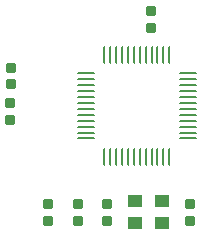
<source format=gtp>
G04*
G04 #@! TF.GenerationSoftware,Altium Limited,Altium Designer,23.3.1 (30)*
G04*
G04 Layer_Color=8421504*
%FSLAX44Y44*%
%MOMM*%
G71*
G04*
G04 #@! TF.SameCoordinates,AFC9A265-922B-4258-BEE4-7106DEA6A0D1*
G04*
G04*
G04 #@! TF.FilePolarity,Positive*
G04*
G01*
G75*
G04:AMPARAMS|DCode=15|XSize=0.85mm|YSize=0.85mm|CornerRadius=0.2125mm|HoleSize=0mm|Usage=FLASHONLY|Rotation=0.000|XOffset=0mm|YOffset=0mm|HoleType=Round|Shape=RoundedRectangle|*
%AMROUNDEDRECTD15*
21,1,0.8500,0.4250,0,0,0.0*
21,1,0.4250,0.8500,0,0,0.0*
1,1,0.4250,0.2125,-0.2125*
1,1,0.4250,-0.2125,-0.2125*
1,1,0.4250,-0.2125,0.2125*
1,1,0.4250,0.2125,0.2125*
%
%ADD15ROUNDEDRECTD15*%
%ADD16R,1.3000X1.0500*%
G04:AMPARAMS|DCode=17|XSize=1.5mm|YSize=0.25mm|CornerRadius=0.0625mm|HoleSize=0mm|Usage=FLASHONLY|Rotation=90.000|XOffset=0mm|YOffset=0mm|HoleType=Round|Shape=RoundedRectangle|*
%AMROUNDEDRECTD17*
21,1,1.5000,0.1250,0,0,90.0*
21,1,1.3750,0.2500,0,0,90.0*
1,1,0.1250,0.0625,0.6875*
1,1,0.1250,0.0625,-0.6875*
1,1,0.1250,-0.0625,-0.6875*
1,1,0.1250,-0.0625,0.6875*
%
%ADD17ROUNDEDRECTD17*%
G04:AMPARAMS|DCode=18|XSize=0.25mm|YSize=1.5mm|CornerRadius=0.0625mm|HoleSize=0mm|Usage=FLASHONLY|Rotation=90.000|XOffset=0mm|YOffset=0mm|HoleType=Round|Shape=RoundedRectangle|*
%AMROUNDEDRECTD18*
21,1,0.2500,1.3750,0,0,90.0*
21,1,0.1250,1.5000,0,0,90.0*
1,1,0.1250,0.6875,0.0625*
1,1,0.1250,0.6875,-0.0625*
1,1,0.1250,-0.6875,-0.0625*
1,1,0.1250,-0.6875,0.0625*
%
%ADD18ROUNDEDRECTD18*%
D15*
X103500Y562500D02*
D03*
Y548500D02*
D03*
X103000Y518500D02*
D03*
Y532500D02*
D03*
X222000Y610250D02*
D03*
Y596250D02*
D03*
X135000Y447000D02*
D03*
Y433000D02*
D03*
X160000Y447000D02*
D03*
Y433000D02*
D03*
X255000D02*
D03*
Y447000D02*
D03*
X185000Y433000D02*
D03*
Y447000D02*
D03*
D16*
X231500Y449250D02*
D03*
Y430750D02*
D03*
X208500D02*
D03*
Y449250D02*
D03*
D17*
X182500Y487000D02*
D03*
X187500D02*
D03*
X192500D02*
D03*
X197500D02*
D03*
X202500D02*
D03*
X207500D02*
D03*
X212500D02*
D03*
X217500D02*
D03*
X222500D02*
D03*
X227500D02*
D03*
X232500D02*
D03*
X237500D02*
D03*
Y573000D02*
D03*
X232500D02*
D03*
X227500D02*
D03*
X222500D02*
D03*
X217500D02*
D03*
X212500D02*
D03*
X207500D02*
D03*
X202500D02*
D03*
X197500D02*
D03*
X192500D02*
D03*
X187500D02*
D03*
X182500D02*
D03*
D18*
X253000Y502500D02*
D03*
Y507500D02*
D03*
Y512500D02*
D03*
Y517500D02*
D03*
Y522500D02*
D03*
Y527500D02*
D03*
Y532500D02*
D03*
Y537500D02*
D03*
Y542500D02*
D03*
Y547500D02*
D03*
Y552500D02*
D03*
Y557500D02*
D03*
X167000D02*
D03*
Y552500D02*
D03*
Y547500D02*
D03*
Y542500D02*
D03*
Y537500D02*
D03*
Y532500D02*
D03*
Y527500D02*
D03*
Y522500D02*
D03*
Y517500D02*
D03*
Y512500D02*
D03*
Y507500D02*
D03*
Y502500D02*
D03*
M02*

</source>
